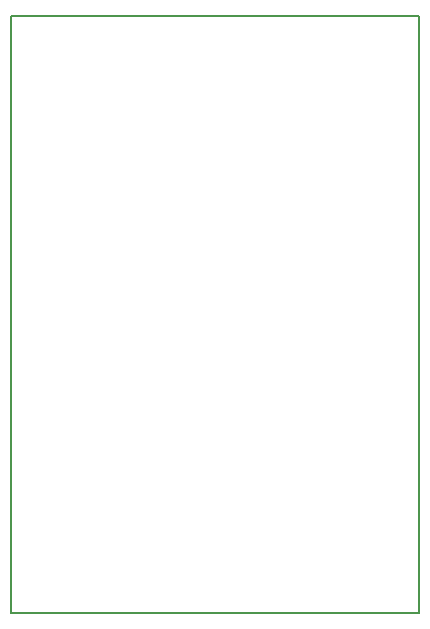
<source format=gko>
G04 #@! TF.FileFunction,Profile,NP*
%FSLAX46Y46*%
G04 Gerber Fmt 4.6, Leading zero omitted, Abs format (unit mm)*
G04 Created by KiCad (PCBNEW 4.0.2-stable) date 05.07.2017 20:37:20*
%MOMM*%
G01*
G04 APERTURE LIST*
%ADD10C,0.100000*%
%ADD11C,0.150000*%
G04 APERTURE END LIST*
D10*
D11*
X169164000Y-85344000D02*
X169418000Y-85344000D01*
X169164000Y-135890000D02*
X203708000Y-135890000D01*
X169164000Y-85344000D02*
X169164000Y-135890000D01*
X203708000Y-85344000D02*
X203708000Y-135890000D01*
X169418000Y-85344000D02*
X203708000Y-85344000D01*
M02*

</source>
